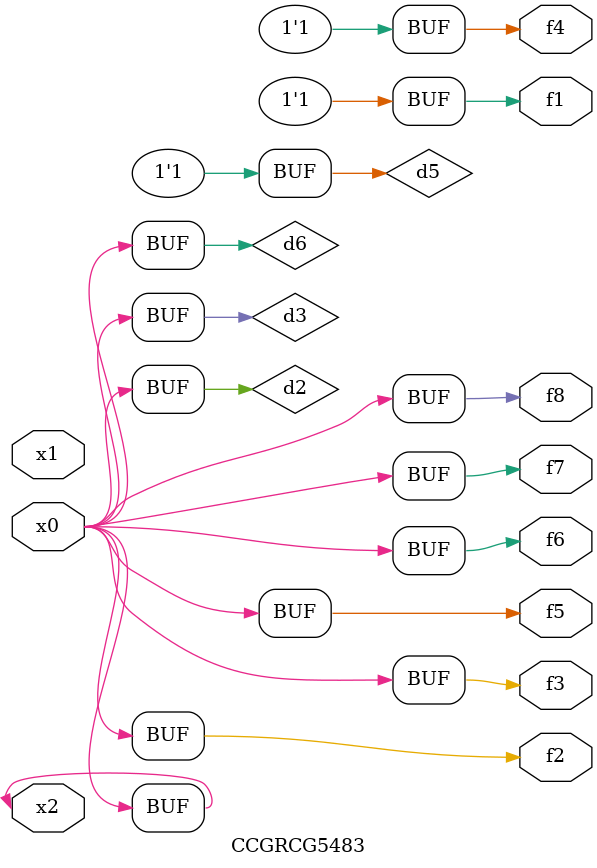
<source format=v>
module CCGRCG5483(
	input x0, x1, x2,
	output f1, f2, f3, f4, f5, f6, f7, f8
);

	wire d1, d2, d3, d4, d5, d6;

	xnor (d1, x2);
	buf (d2, x0, x2);
	and (d3, x0);
	xnor (d4, x1, x2);
	nand (d5, d1, d3);
	buf (d6, d2, d3);
	assign f1 = d5;
	assign f2 = d6;
	assign f3 = d6;
	assign f4 = d5;
	assign f5 = d6;
	assign f6 = d6;
	assign f7 = d6;
	assign f8 = d6;
endmodule

</source>
